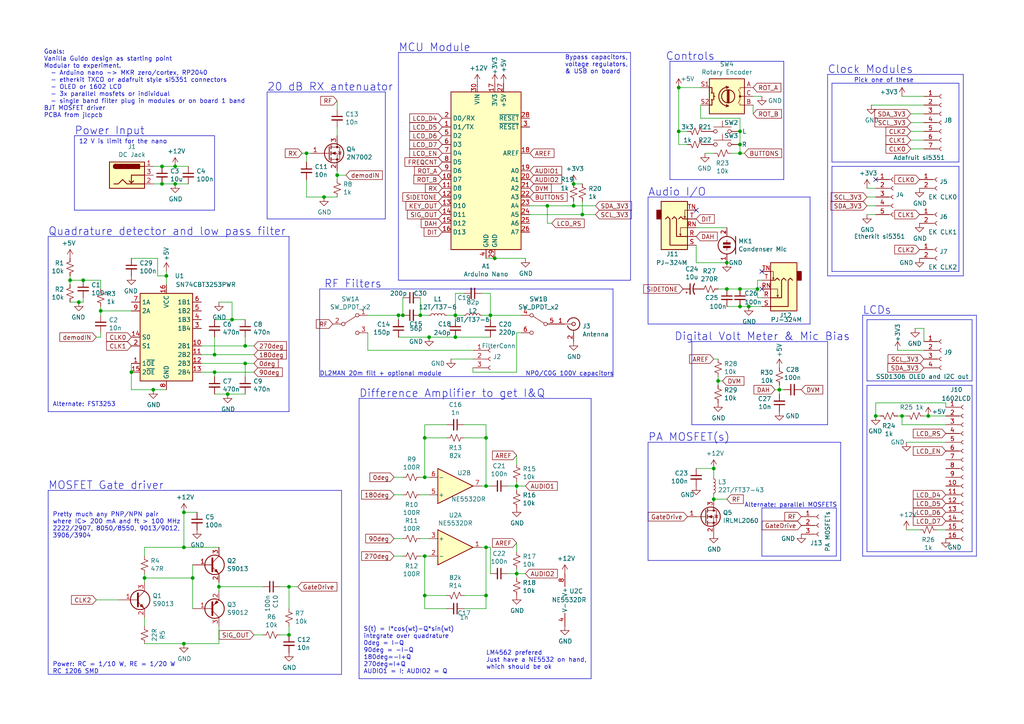
<source format=kicad_sch>
(kicad_sch (version 20230121) (generator eeschema)
  (paper "A4")
  (title_block (title "uSDX-X") (date "2021-03-27") (rev "N/A") (company "KD9PDP") (comment 1 "TAPR Open Hardware License"))
  (junction (at 46.99 53.34))
  (junction (at 261.62 120.65))
  (junction (at 140.97 158.75))
  (junction (at 83.82 170.18))
  (junction (at 55.88 167.64))
  (junction (at 214.63 88.9))
  (junction (at 140.97 172.72))
  (junction (at 143.51 74.93))
  (junction (at 71.12 100.33))
  (junction (at 123.19 172.72))
  (junction (at 269.24 120.65))
  (junction (at 121.92 91.44))
  (junction (at 254 120.65))
  (junction (at 67.31 92.71))
  (junction (at 46.99 48.26))
  (junction (at 44.45 113.03))
  (junction (at 196.85 25.4))
  (junction (at 53.34 148.59))
  (junction (at 22.86 87.63))
  (junction (at 41.91 167.64))
  (junction (at 132.08 97.79))
  (junction (at 50.8 48.26))
  (junction (at 20.32 81.28))
  (junction (at 97.79 50.8))
  (junction (at 124.46 97.79))
  (junction (at 158.75 59.69))
  (junction (at 140.97 140.97))
  (junction (at 208.28 110.49))
  (junction (at 93.98 57.15))
  (junction (at 116.84 91.44))
  (junction (at 63.5 170.18))
  (junction (at 123.19 161.29))
  (junction (at 71.12 105.41))
  (junction (at 166.37 59.69))
  (junction (at 132.08 91.44))
  (junction (at 196.85 38.1))
  (junction (at 217.17 88.9))
  (junction (at 38.1 107.95))
  (junction (at 66.04 114.3))
  (junction (at 214.63 38.1))
  (junction (at 50.8 53.34))
  (junction (at 149.86 140.97))
  (junction (at 214.63 41.91))
  (junction (at 29.21 90.17))
  (junction (at 48.26 80.01))
  (junction (at 207.01 144.78))
  (junction (at 226.06 113.03))
  (junction (at 166.37 53.34))
  (junction (at 88.9 44.45))
  (junction (at 142.24 91.44))
  (junction (at 207.01 135.89))
  (junction (at 214.63 83.82))
  (junction (at 210.82 76.2))
  (junction (at 210.82 83.82))
  (junction (at 24.13 81.28))
  (junction (at 149.86 166.37))
  (junction (at 53.34 186.69))
  (junction (at 53.34 158.75))
  (junction (at 168.91 62.23))
  (junction (at 214.63 44.45))
  (junction (at 123.19 127))
  (junction (at 123.19 138.43))
  (junction (at 62.23 102.87))
  (junction (at 219.71 83.82))
  (junction (at 83.82 184.15))
  (junction (at 140.97 127))
  (junction (at 62.23 107.95))
  (junction (at 115.57 91.44))
  (no_connect (at 254 52.07))
  (no_connect (at 201.93 60.96))
  (no_connect (at 220.98 83.82))
  (no_connect (at 220.98 78.74))
  (wire (pts (xy 262.89 153.67) (xy 266.7 153.67)))
  (wire (pts (xy 153.67 62.23) (xy 168.91 62.23)))
  (wire (pts (xy 153.67 59.69) (xy 158.75 59.69)))
  (wire (pts (xy 219.71 83.82) (xy 219.71 81.28)))
  (wire (pts (xy 208.28 83.82) (xy 210.82 83.82)))
  (wire (pts (xy 38.1 107.95) (xy 38.1 105.41)))
  (polyline (pts (xy 13.97 142.24) (xy 13.97 195.58)))
  (polyline (pts (xy 227.33 17.78) (xy 194.31 17.78)))
  (polyline (pts (xy 251.46 110.49) (xy 281.94 110.49)))
  (wire (pts (xy 152.4 140.97) (xy 149.86 140.97)))
  (wire (pts (xy 116.84 156.21) (xy 114.3 156.21)))
  (wire (pts (xy 140.97 158.75) (xy 142.24 158.75)))
  (polyline (pts (xy 194.31 17.78) (xy 194.31 52.07)))
  (wire (pts (xy 123.19 172.72) (xy 123.19 161.29)))
  (wire (pts (xy 29.21 83.82) (xy 29.21 81.28)))
  (wire (pts (xy 86.36 170.18) (xy 83.82 170.18)))
  (wire (pts (xy 63.5 170.18) (xy 63.5 171.45)))
  (wire (pts (xy 81.28 184.15) (xy 83.82 184.15)))
  (wire (pts (xy 149.86 157.48) (xy 149.86 160.02)))
  (wire (pts (xy 63.5 158.75) (xy 53.34 158.75)))
  (wire (pts (xy 262.89 120.65) (xy 261.62 120.65)))
  (wire (pts (xy 97.79 49.53) (xy 97.79 50.8)))
  (wire (pts (xy 83.82 176.53) (xy 83.82 170.18)))
  (wire (pts (xy 53.34 186.69) (xy 63.5 186.69)))
  (wire (pts (xy 147.32 166.37) (xy 149.86 166.37)))
  (polyline (pts (xy 187.96 57.15) (xy 187.96 93.98)))
  (wire (pts (xy 73.66 105.41) (xy 71.12 105.41)))
  (polyline (pts (xy 171.45 196.85) (xy 171.45 115.57)))
  (polyline (pts (xy 278.13 48.26) (xy 241.3 48.26)))
  (polyline (pts (xy 104.14 196.85) (xy 171.45 196.85)))
  (wire (pts (xy 218.44 33.02) (xy 218.44 30.48)))
  (wire (pts (xy 106.68 101.6) (xy 137.16 101.6)))
  (wire (pts (xy 123.19 138.43) (xy 124.46 138.43)))
  (wire (pts (xy 264.16 33.02) (xy 267.97 33.02)))
  (wire (pts (xy 20.32 81.28) (xy 24.13 81.28)))
  (wire (pts (xy 97.79 50.8) (xy 100.33 50.8)))
  (polyline (pts (xy 251.46 92.71) (xy 251.46 110.49)))
  (wire (pts (xy 124.46 161.29) (xy 123.19 161.29)))
  (polyline (pts (xy 250.19 161.29) (xy 250.19 91.44)))
  (wire (pts (xy 149.86 132.08) (xy 149.86 134.62)))
  (wire (pts (xy 58.42 102.87) (xy 62.23 102.87)))
  (wire (pts (xy 73.66 102.87) (xy 62.23 102.87)))
  (wire (pts (xy 139.7 85.09) (xy 142.24 85.09)))
  (wire (pts (xy 207.01 144.78) (xy 210.82 144.78)))
  (wire (pts (xy 261.62 27.94) (xy 267.97 27.94)))
  (wire (pts (xy 87.63 44.45) (xy 88.9 44.45)))
  (wire (pts (xy 124.46 156.21) (xy 121.92 156.21)))
  (wire (pts (xy 212.09 44.45) (xy 214.63 44.45)))
  (polyline (pts (xy 220.98 147.32) (xy 242.57 147.32)))
  (wire (pts (xy 140.97 140.97) (xy 140.97 127)))
  (wire (pts (xy 115.57 97.79) (xy 124.46 97.79)))
  (wire (pts (xy 41.91 186.69) (xy 53.34 186.69)))
  (wire (pts (xy 123.19 161.29) (xy 121.92 161.29)))
  (polyline (pts (xy 251.46 160.02) (xy 281.94 160.02)))
  (wire (pts (xy 140.97 140.97) (xy 142.24 140.97)))
  (wire (pts (xy 20.32 81.28) (xy 20.32 80.01)))
  (wire (pts (xy 48.26 80.01) (xy 45.72 80.01)))
  (wire (pts (xy 149.86 165.1) (xy 149.86 166.37)))
  (polyline (pts (xy 83.82 68.58) (xy 13.97 68.58)))
  (wire (pts (xy 48.26 80.01) (xy 48.26 82.55)))
  (polyline (pts (xy 177.8 109.22) (xy 92.71 109.22)))
  (wire (pts (xy 218.44 27.94) (xy 220.98 27.94)))
  (wire (pts (xy 267.97 43.18) (xy 264.16 43.18)))
  (wire (pts (xy 134.62 176.53) (xy 140.97 176.53)))
  (polyline (pts (xy 227.33 17.78) (xy 227.33 52.07)))
  (wire (pts (xy 44.45 113.03) (xy 38.1 113.03)))
  (wire (pts (xy 97.79 29.21) (xy 97.79 31.75)))
  (wire (pts (xy 41.91 167.64) (xy 41.91 168.91)))
  (wire (pts (xy 142.24 91.44) (xy 151.13 91.44)))
  (polyline (pts (xy 220.98 161.29) (xy 220.98 147.32)))
  (polyline (pts (xy 251.46 92.71) (xy 281.94 92.71)))
  (wire (pts (xy 219.71 81.28) (xy 220.98 81.28)))
  (polyline (pts (xy 21.59 39.37) (xy 21.59 60.96)))
  (wire (pts (xy 27.94 97.79) (xy 29.21 97.79)))
  (wire (pts (xy 24.13 81.28) (xy 29.21 81.28)))
  (wire (pts (xy 29.21 90.17) (xy 29.21 88.9)))
  (wire (pts (xy 226.06 111.76) (xy 226.06 113.03)))
  (wire (pts (xy 132.08 97.79) (xy 142.24 97.79)))
  (wire (pts (xy 201.93 71.12) (xy 201.93 76.2)))
  (wire (pts (xy 271.78 153.67) (xy 274.32 153.67)))
  (wire (pts (xy 106.68 91.44) (xy 115.57 91.44)))
  (wire (pts (xy 114.3 138.43) (xy 116.84 138.43)))
  (polyline (pts (xy 115.57 81.28) (xy 182.88 81.28)))
  (wire (pts (xy 215.9 44.45) (xy 214.63 44.45)))
  (wire (pts (xy 140.97 74.93) (xy 143.51 74.93)))
  (wire (pts (xy 88.9 46.99) (xy 88.9 44.45)))
  (wire (pts (xy 29.21 97.79) (xy 29.21 96.52)))
  (wire (pts (xy 214.63 88.9) (xy 217.17 88.9)))
  (wire (pts (xy 196.85 25.4) (xy 196.85 38.1)))
  (wire (pts (xy 137.16 106.68) (xy 137.16 107.95)))
  (wire (pts (xy 207.01 143.51) (xy 207.01 144.78)))
  (wire (pts (xy 210.82 88.9) (xy 214.63 88.9)))
  (polyline (pts (xy 281.94 160.02) (xy 281.94 111.76)))
  (wire (pts (xy 132.08 85.09) (xy 132.08 91.44)))
  (wire (pts (xy 55.88 176.53) (xy 55.88 167.64)))
  (polyline (pts (xy 241.3 24.13) (xy 278.13 24.13)))
  (polyline (pts (xy 182.88 81.28) (xy 182.88 15.24)))
  (wire (pts (xy 97.79 36.83) (xy 97.79 39.37)))
  (wire (pts (xy 143.51 74.93) (xy 152.4 74.93)))
  (polyline (pts (xy 242.57 161.29) (xy 220.98 161.29)))
  (polyline (pts (xy 278.13 78.74) (xy 278.13 48.26)))
  (polyline (pts (xy 21.59 60.96) (xy 62.23 60.96)))
  (wire (pts (xy 63.5 186.69) (xy 63.5 181.61)))
  (wire (pts (xy 269.24 120.65) (xy 274.32 120.65)))
  (wire (pts (xy 142.24 158.75) (xy 142.24 166.37)))
  (wire (pts (xy 219.71 86.36) (xy 219.71 83.82)))
  (polyline (pts (xy 200.66 99.06) (xy 200.66 123.19)))
  (wire (pts (xy 41.91 179.07) (xy 41.91 181.61)))
  (polyline (pts (xy 240.03 21.59) (xy 279.4 21.59)))
  (wire (pts (xy 62.23 107.95) (xy 73.66 107.95)))
  (wire (pts (xy 132.08 85.09) (xy 134.62 85.09)))
  (polyline (pts (xy 240.03 21.59) (xy 240.03 80.01)))
  (polyline (pts (xy 13.97 68.58) (xy 13.97 119.38)))
  (wire (pts (xy 67.31 87.63) (xy 67.31 92.71)))
  (wire (pts (xy 123.19 127) (xy 123.19 138.43)))
  (wire (pts (xy 269.24 120.65) (xy 267.97 120.65)))
  (polyline (pts (xy 283.21 161.29) (xy 250.19 161.29)))
  (polyline (pts (xy 187.96 162.56) (xy 187.96 128.27)))
  (wire (pts (xy 166.37 59.69) (xy 172.72 59.69)))
  (polyline (pts (xy 194.31 52.07) (xy 227.33 52.07)))
  (wire (pts (xy 44.45 48.26) (xy 46.99 48.26)))
  (polyline (pts (xy 278.13 46.99) (xy 241.3 46.99)))
  (wire (pts (xy 121.92 138.43) (xy 123.19 138.43)))
  (wire (pts (xy 116.84 143.51) (xy 114.3 143.51)))
  (wire (pts (xy 123.19 123.19) (xy 123.19 127)))
  (wire (pts (xy 251.46 59.69) (xy 254 59.69)))
  (wire (pts (xy 46.99 48.26) (xy 50.8 48.26)))
  (wire (pts (xy 214.63 44.45) (xy 214.63 41.91)))
  (polyline (pts (xy 177.8 83.82) (xy 177.8 109.22)))
  (wire (pts (xy 45.72 74.93) (xy 38.1 74.93)))
  (wire (pts (xy 71.12 105.41) (xy 58.42 105.41)))
  (wire (pts (xy 106.68 96.52) (xy 106.68 101.6)))
  (wire (pts (xy 139.7 158.75) (xy 140.97 158.75)))
  (polyline (pts (xy 13.97 195.58) (xy 99.06 195.58)))
  (wire (pts (xy 139.7 91.44) (xy 142.24 91.44)))
  (wire (pts (xy 160.02 64.77) (xy 158.75 64.77)))
  (polyline (pts (xy 281.94 110.49) (xy 281.94 92.71)))
  (wire (pts (xy 97.79 50.8) (xy 97.79 52.07)))
  (wire (pts (xy 210.82 83.82) (xy 214.63 83.82)))
  (wire (pts (xy 38.1 107.95) (xy 38.1 113.03)))
  (wire (pts (xy 267.97 40.64) (xy 264.16 40.64)))
  (wire (pts (xy 73.66 184.15) (xy 76.2 184.15)))
  (wire (pts (xy 201.93 66.04) (xy 210.82 66.04)))
  (wire (pts (xy 22.86 87.63) (xy 24.13 87.63)))
  (wire (pts (xy 123.19 176.53) (xy 123.19 172.72)))
  (polyline (pts (xy 234.95 93.98) (xy 234.95 57.15)))
  (wire (pts (xy 88.9 57.15) (xy 88.9 52.07)))
  (wire (pts (xy 147.32 140.97) (xy 149.86 140.97)))
  (wire (pts (xy 201.93 76.2) (xy 210.82 76.2)))
  (wire (pts (xy 124.46 91.44) (xy 121.92 91.44)))
  (wire (pts (xy 48.26 78.74) (xy 48.26 80.01)))
  (wire (pts (xy 116.84 91.44) (xy 116.84 86.36)))
  (wire (pts (xy 121.92 91.44) (xy 121.92 86.36)))
  (wire (pts (xy 140.97 176.53) (xy 140.97 172.72)))
  (wire (pts (xy 134.62 172.72) (xy 140.97 172.72)))
  (wire (pts (xy 130.81 104.14) (xy 137.16 104.14)))
  (wire (pts (xy 134.62 91.44) (xy 132.08 91.44)))
  (wire (pts (xy 214.63 41.91) (xy 214.63 38.1)))
  (wire (pts (xy 158.75 59.69) (xy 166.37 59.69)))
  (wire (pts (xy 83.82 184.15) (xy 83.82 181.61)))
  (wire (pts (xy 27.94 173.99) (xy 34.29 173.99)))
  (wire (pts (xy 124.46 97.79) (xy 132.08 97.79)))
  (wire (pts (xy 71.12 109.22) (xy 71.12 105.41)))
  (wire (pts (xy 124.46 143.51) (xy 121.92 143.51)))
  (wire (pts (xy 149.86 107.95) (xy 149.86 96.52)))
  (wire (pts (xy 53.34 148.59) (xy 53.34 158.75)))
  (wire (pts (xy 88.9 44.45) (xy 90.17 44.45)))
  (wire (pts (xy 262.89 128.27) (xy 274.32 128.27)))
  (wire (pts (xy 149.86 139.7) (xy 149.86 140.97)))
  (wire (pts (xy 137.16 107.95) (xy 149.86 107.95)))
  (wire (pts (xy 53.34 148.59) (xy 57.15 148.59)))
  (polyline (pts (xy 182.88 15.24) (xy 115.57 15.24)))
  (polyline (pts (xy 251.46 111.76) (xy 251.46 160.02)))
  (wire (pts (xy 267.97 35.56) (xy 264.16 35.56)))
  (wire (pts (xy 196.85 41.91) (xy 199.39 41.91)))
  (wire (pts (xy 226.06 113.03) (xy 227.33 113.03)))
  (wire (pts (xy 129.54 172.72) (xy 123.19 172.72)))
  (wire (pts (xy 116.84 161.29) (xy 114.3 161.29)))
  (wire (pts (xy 29.21 91.44) (xy 29.21 90.17)))
  (wire (pts (xy 123.19 123.19) (xy 129.54 123.19)))
  (wire (pts (xy 63.5 168.91) (xy 63.5 170.18)))
  (wire (pts (xy 214.63 83.82) (xy 219.71 83.82)))
  (wire (pts (xy 149.86 166.37) (xy 152.4 166.37)))
  (wire (pts (xy 139.7 140.97) (xy 140.97 140.97)))
  (wire (pts (xy 224.79 113.03) (xy 226.06 113.03)))
  (wire (pts (xy 41.91 167.64) (xy 55.88 167.64)))
  (wire (pts (xy 260.35 101.6) (xy 267.97 101.6)))
  (wire (pts (xy 123.19 176.53) (xy 129.54 176.53)))
  (wire (pts (xy 142.24 85.09) (xy 142.24 91.44)))
  (wire (pts (xy 220.98 86.36) (xy 219.71 86.36)))
  (wire (pts (xy 134.62 127) (xy 140.97 127)))
  (polyline (pts (xy 241.3 78.74) (xy 278.13 78.74)))
  (wire (pts (xy 226.06 113.03) (xy 226.06 114.3)))
  (polyline (pts (xy 62.23 39.37) (xy 21.59 39.37)))
  (wire (pts (xy 168.91 62.23) (xy 172.72 62.23)))
  (wire (pts (xy 116.84 91.44) (xy 115.57 91.44)))
  (wire (pts (xy 63.5 170.18) (xy 76.2 170.18)))
  (wire (pts (xy 66.04 114.3) (xy 71.12 114.3)))
  (wire (pts (xy 71.12 100.33) (xy 73.66 100.33)))
  (wire (pts (xy 149.86 166.37) (xy 149.86 167.64)))
  (wire (pts (xy 132.08 92.71) (xy 132.08 91.44)))
  (wire (pts (xy 274.32 118.11) (xy 274.32 116.84)))
  (wire (pts (xy 254 116.84) (xy 274.32 116.84)))
  (wire (pts (xy 140.97 127) (xy 140.97 123.19)))
  (polyline (pts (xy 115.57 15.24) (xy 115.57 81.28)))
  (polyline (pts (xy 99.06 142.24) (xy 13.97 142.24)))
  (wire (pts (xy 62.23 109.22) (xy 62.23 107.95)))
  (wire (pts (xy 214.63 38.1) (xy 214.63 34.29)))
  (polyline (pts (xy 242.57 147.32) (xy 242.57 161.29)))
  (polyline (pts (xy 200.66 123.19) (xy 240.03 123.19)))
  (wire (pts (xy 149.86 140.97) (xy 149.86 142.24)))
  (wire (pts (xy 20.32 81.28) (xy 20.32 82.55)))
  (polyline (pts (xy 281.94 111.76) (xy 251.46 111.76)))
  (polyline (pts (xy 13.97 119.38) (xy 83.82 119.38)))
  (wire (pts (xy 62.23 97.79) (xy 62.23 102.87)))
  (polyline (pts (xy 171.45 115.57) (xy 104.14 115.57)))
  (wire (pts (xy 220.98 88.9) (xy 217.17 88.9)))
  (wire (pts (xy 50.8 53.34) (xy 54.61 53.34)))
  (wire (pts (xy 83.82 170.18) (xy 81.28 170.18)))
  (polyline (pts (xy 234.95 57.15) (xy 187.96 57.15)))
  (polyline (pts (xy 187.96 128.27) (xy 243.84 128.27)))
  (polyline (pts (xy 187.96 93.98) (xy 234.95 93.98)))
  (polyline (pts (xy 243.84 162.56) (xy 187.96 162.56)))
  (polyline (pts (xy 77.47 26.67) (xy 111.76 26.67)))
  (wire (pts (xy 48.26 113.03) (xy 44.45 113.03)))
  (wire (pts (xy 203.2 34.29) (xy 214.63 34.29)))
  (wire (pts (xy 132.08 91.44) (xy 129.54 91.44)))
  (wire (pts (xy 207.01 104.14) (xy 208.28 104.14)))
  (wire (pts (xy 44.45 53.34) (xy 46.99 53.34)))
  (wire (pts (xy 24.13 87.63) (xy 24.13 86.36)))
  (polyline (pts (xy 241.3 46.99) (xy 241.3 24.13)))
  (wire (pts (xy 261.62 123.19) (xy 261.62 120.65)))
  (wire (pts (xy 129.54 127) (xy 123.19 127)))
  (wire (pts (xy 255.27 120.65) (xy 254 120.65)))
  (wire (pts (xy 134.62 123.19) (xy 140.97 123.19)))
  (wire (pts (xy 45.72 80.01) (xy 45.72 74.93)))
  (wire (pts (xy 265.43 95.25) (xy 267.97 95.25)))
  (wire (pts (xy 46.99 53.34) (xy 50.8 53.34)))
  (wire (pts (xy 97.79 57.15) (xy 93.98 57.15)))
  (polyline (pts (xy 240.03 99.06) (xy 200.66 99.06)))
  (wire (pts (xy 254 62.23) (xy 251.46 62.23)))
  (wire (pts (xy 29.21 90.17) (xy 38.1 90.17)))
  (wire (pts (xy 67.31 92.71) (xy 71.12 92.71)))
  (wire (pts (xy 199.39 38.1) (xy 196.85 38.1)))
  (wire (pts (xy 71.12 100.33) (xy 71.12 97.79)))
  (wire (pts (xy 208.28 110.49) (xy 208.28 111.76)))
  (wire (pts (xy 58.42 107.95) (xy 62.23 107.95)))
  (polyline (pts (xy 279.4 80.01) (xy 279.4 21.59)))
  (wire (pts (xy 158.75 64.77) (xy 158.75 59.69)))
  (polyline (pts (xy 241.3 48.26) (xy 241.3 78.74)))
  (wire (pts (xy 166.37 58.42) (xy 166.37 59.69)))
  (wire (pts (xy 208.28 109.22) (xy 208.28 110.49)))
  (polyline (pts (xy 104.14 115.57) (xy 104.14 196.85)))
  (wire (pts (xy 203.2 34.29) (xy 203.2 30.48)))
  (wire (pts (xy 261.62 120.65) (xy 260.35 120.65)))
  (polyline (pts (xy 77.47 63.5) (xy 111.76 63.5)))
  (polyline (pts (xy 92.71 83.82) (xy 177.8 83.82)))
  (wire (pts (xy 196.85 38.1) (xy 196.85 41.91)))
  (wire (pts (xy 50.8 48.26) (xy 54.61 48.26)))
  (wire (pts (xy 196.85 25.4) (xy 203.2 25.4)))
  (wire (pts (xy 274.32 123.19) (xy 261.62 123.19)))
  (wire (pts (xy 115.57 92.71) (xy 115.57 91.44)))
  (wire (pts (xy 142.24 91.44) (xy 142.24 92.71)))
  (wire (pts (xy 53.34 158.75) (xy 41.91 158.75)))
  (wire (pts (xy 251.46 54.61) (xy 254 54.61)))
  (wire (pts (xy 149.86 96.52) (xy 151.13 96.52)))
  (wire (pts (xy 62.23 114.3) (xy 66.04 114.3)))
  (wire (pts (xy 20.32 87.63) (xy 22.86 87.63)))
  (polyline (pts (xy 62.23 60.96) (xy 62.23 39.37)))
  (polyline (pts (xy 111.76 63.5) (xy 111.76 26.67)))
  (polyline (pts (xy 283.21 91.44) (xy 283.21 161.29)))
  (wire (pts (xy 55.88 167.64) (xy 55.88 163.83)))
  (polyline (pts (xy 278.13 24.13) (xy 278.13 46.99)))
  (wire (pts (xy 254 57.15) (xy 251.46 57.15)))
  (polyline (pts (xy 240.03 123.19) (xy 240.03 99.06)))
  (polyline (pts (xy 279.4 80.01) (xy 240.03 80.01)))
  (wire (pts (xy 208.28 110.49) (xy 209.55 110.49)))
  (wire (pts (xy 63.5 87.63) (xy 67.31 87.63)))
  (wire (pts (xy 207.01 138.43) (xy 207.01 135.89)))
  (wire (pts (xy 201.93 135.89) (xy 207.01 135.89)))
  (polyline (pts (xy 77.47 26.67) (xy 77.47 63.5)))
  (wire (pts (xy 62.23 92.71) (xy 67.31 92.71)))
  (polyline (pts (xy 243.84 128.27) (xy 243.84 162.56)))
  (wire (pts (xy 204.47 44.45) (xy 207.01 44.45)))
  (polyline (pts (xy 83.82 68.58) (xy 83.82 119.38)))
  (wire (pts (xy 93.98 57.15) (xy 88.9 57.15)))
  (wire (pts (xy 267.97 38.1) (xy 264.16 38.1)))
  (wire (pts (xy 254 116.84) (xy 254 120.65)))
  (polyline (pts (xy 99.06 195.58) (xy 99.06 142.24)))
  (wire (pts (xy 140.97 172.72) (xy 140.97 158.75)))
  (wire (pts (xy 41.91 158.75) (xy 41.91 161.29)))
  (wire (pts (xy 41.91 166.37) (xy 41.91 167.64)))
  (wire (pts (xy 267.97 95.25) (xy 267.97 99.06)))
  (polyline (pts (xy 250.19 91.44) (xy 283.21 91.44)))
  (polyline (pts (xy 92.71 109.22) (xy 92.71 83.82)))
  (wire (pts (xy 267.97 30.48) (xy 252.73 30.48)))
  (wire (pts (xy 166.37 53.34) (xy 168.91 53.34)))
  (wire (pts (xy 168.91 58.42) (xy 168.91 62.23)))
  (wire (pts (xy 58.42 100.33) (xy 71.12 100.33)))
  (text "Pick one of these" (at 247.65 24.13 0) (effects (font (size 1.27 1.27)) (justify left bottom)))
  (text "Alternate: parallel MOSFETS" (at 215.9 147.32 0) (effects (font (size 1.27 1.27)) (justify left bottom)))
  (text "RF Filters" (at 93.98 83.82 0) (effects (font (size 2.2606 2.2606)) (justify left bottom)))
  (text "DL2MAN 20m filt + optional module" (at 92.71 109.22 0) (effects (font (size 1.27 1.27)) (justify left bottom)))
  (text "Pretty much any PNP/NPN pair\nwhere IC> 200 mA and ft > 100 MHz\n2222/2907, 8050/8550, 9013/9012,\n3906/3904" (at 15.24 156.21 0) (effects (font (size 1.27 1.27)) (justify left bottom)))
  (text "Alternate: FST3253" (at 15.24 118.11 0) (effects (font (size 1.27 1.27)) (justify left bottom)))
  (text "20 dB RX antenuator" (at 77.47 26.67 0) (effects (font (size 2.2606 2.2606)) (justify left bottom)))
  (text "Digital Volt Meter & Mic Bias" (at 195.58 99.06 0) (effects (font (size 2.2606 2.2606)) (justify left bottom)))
  (text "MOSFET Gate driver" (at 13.97 142.24 0) (effects (font (size 2.2606 2.2606)) (justify left bottom)))
  (text "Difference Amplifier to get I&Q" (at 104.14 115.57 0) (effects (font (size 2.2606 2.2606)) (justify left bottom)))
  (text "12 V is limit for the nano" (at 22.86 41.91 0) (effects (font (size 1.27 1.27)) (justify left bottom)))
  (text "Controls" (at 193.04 17.78 0) (effects (font (size 2.2606 2.2606)) (justify left bottom)))
  (text "Bypass capacitors,\nvoltage regulators,\n& USB on board" (at 163.83 21.59 0) (effects (font (size 1.27 1.27)) (justify left bottom)))
  (text "MCU Module" (at 115.57 15.24 0) (effects (font (size 2.2606 2.2606)) (justify left bottom)))
  (text "Quadrature detector and low pass filter" (at 13.97 68.58 0) (effects (font (size 2.2606 2.2606)) (justify left bottom)))
  (text "NP0/C0G 100V capacitors" (at 152.4 109.22 0) (effects (font (size 1.27 1.27)) (justify left bottom)))
  (text "S(t) = I*cos(wt)-Q*sin(wt)\nintegrate over quadrature\n0deg = I-Q\n90deg = -I-Q\n180deg=-I+Q\n270deg=I+Q\nAUDIO1 = I; AUDIO2 = Q" (at 105.41 195.58 0) (effects (font (size 1.27 1.27)) (justify left bottom)))
  (text "LM4562 prefered\nJust have a NE5532 on hand,\nwhich should be ok" (at 140.97 194.31 0) (effects (font (size 1.27 1.27)) (justify left bottom)))
  (text "Power: RC = 1/10 W, RE = 1/20 W\nRC 1206 SMD" (at 15.24 195.58 0) (effects (font (size 1.27 1.27)) (justify left bottom)))
  (text "LCDs" (at 250.19 91.44 0) (effects (font (size 2.2606 2.2606)) (justify left bottom)))
  (text "Clock Modules" (at 240.03 21.59 0) (effects (font (size 2.2606 2.2606)) (justify left bottom)))
  (text "Goals:\nVanilla Guido design as starting point\nModular to experiment.\n  - Arduino nano -> MKR zero/cortex, RP2040\n  - etherkit TXCO or adafruit style si5351 connectors\n  - OLED or 1602 LCD\n  - 3x parallel mosfets or individual\n  - single band filter plug in modules or on board 1 band\nBJT MOSFET driver\nPCBA from jlcpcb\n" (at 12.7 34.29 0) (effects (font (size 1.27 1.27)) (justify left bottom)))
  (text "Power Input" (at 21.59 39.37 0) (effects (font (size 2.2606 2.2606)) (justify left bottom)))
  (text "Audio I/O" (at 187.96 57.15 0) (effects (font (size 2.2606 2.2606)) (justify left bottom)))
  (text "PA MOSFET(s)" (at 187.96 128.27 0) (effects (font (size 2.2606 2.2606)) (justify left bottom)))
  (global_label "180deg" (shape input) (at 114.3 143.51 180) (property "Intersheetrefs" "${INTERSHEET_REFS}" (effects hide)))
  (global_label "AUDIO1" (shape input) (at 153.67 49.53 0) (property "Intersheetrefs" "${INTERSHEET_REFS}" (effects hide)))
  (global_label "CLK0" (shape input) (at 264.16 43.18 180) (property "Intersheetrefs" "${INTERSHEET_REFS}" (effects hide)))
  (global_label "CLK1" (shape input) (at 38.1 100.33 180) (property "Intersheetrefs" "${INTERSHEET_REFS}" (effects hide)))
  (global_label "RF" (shape input) (at 96.52 93.98 180) (property "Intersheetrefs" "${INTERSHEET_REFS}" (effects hide)))
  (global_label "demodIN" (shape input) (at 100.33 50.8 0) (property "Intersheetrefs" "${INTERSHEET_REFS}" (effects hide)))
  (global_label "AUDIO2" (shape input) (at 152.4 166.37 0) (property "Intersheetrefs" "${INTERSHEET_REFS}" (effects hide)))
  (global_label "LCD_EN" (shape input) (at 274.32 130.81 180) (property "Intersheetrefs" "${INTERSHEET_REFS}" (effects hide)))
  (global_label "SCL_3V3" (shape input) (at 264.16 35.56 180) (property "Intersheetrefs" "${INTERSHEET_REFS}" (effects hide)))
  (global_label "LCD_D6" (shape input) (at 128.27 39.37 180) (property "Intersheetrefs" "${INTERSHEET_REFS}" (effects hide)))
  (global_label "AUDIO2" (shape input) (at 153.67 52.07 0) (property "Intersheetrefs" "${INTERSHEET_REFS}" (effects hide)))
  (global_label "LCD_EN" (shape input) (at 128.27 44.45 180) (property "Intersheetrefs" "${INTERSHEET_REFS}" (effects hide)))
  (global_label "AREF" (shape input) (at 207.01 104.14 180) (property "Intersheetrefs" "${INTERSHEET_REFS}" (effects hide)))
  (global_label "SIDETONE" (shape input) (at 128.27 57.15 180) (property "Intersheetrefs" "${INTERSHEET_REFS}" (effects hide)))
  (global_label "CLK0" (shape input) (at 266.7 52.07 180) (property "Intersheetrefs" "${INTERSHEET_REFS}" (effects hide)))
  (global_label "DAH" (shape input) (at 201.93 68.58 0) (property "Intersheetrefs" "${INTERSHEET_REFS}" (effects hide)))
  (global_label "DVM" (shape input) (at 209.55 110.49 0) (property "Intersheetrefs" "${INTERSHEET_REFS}" (effects hide)))
  (global_label "DIT" (shape input) (at 128.27 67.31 180) (property "Intersheetrefs" "${INTERSHEET_REFS}" (effects hide)))
  (global_label "SIG_OUT" (shape input) (at 128.27 62.23 180) (property "Intersheetrefs" "${INTERSHEET_REFS}" (effects hide)))
  (global_label "RF" (shape input) (at 232.41 149.86 180) (property "Intersheetrefs" "${INTERSHEET_REFS}" (effects hide)))
  (global_label "0deg" (shape input) (at 73.66 105.41 0) (property "Intersheetrefs" "${INTERSHEET_REFS}" (effects hide)))
  (global_label "CLK2" (shape input) (at 266.7 72.39 180) (property "Intersheetrefs" "${INTERSHEET_REFS}" (effects hide)))
  (global_label "RX" (shape input) (at 128.27 54.61 180) (property "Intersheetrefs" "${INTERSHEET_REFS}" (effects hide)))
  (global_label "LCD_D7" (shape input) (at 274.32 151.13 180) (property "Intersheetrefs" "${INTERSHEET_REFS}" (effects hide)))
  (global_label "DVM" (shape input) (at 232.41 113.03 0) (property "Intersheetrefs" "${INTERSHEET_REFS}" (effects hide)))
  (global_label "DAH" (shape input) (at 128.27 64.77 180) (property "Intersheetrefs" "${INTERSHEET_REFS}" (effects hide)))
  (global_label "SDA_3V3" (shape input) (at 267.97 106.68 180) (property "Intersheetrefs" "${INTERSHEET_REFS}" (effects hide)))
  (global_label "90deg" (shape input) (at 114.3 156.21 180) (property "Intersheetrefs" "${INTERSHEET_REFS}" (effects hide)))
  (global_label "RF" (shape input) (at 97.79 29.21 180) (property "Intersheetrefs" "${INTERSHEET_REFS}" (effects hide)))
  (global_label "DIT" (shape input) (at 201.93 63.5 0) (property "Intersheetrefs" "${INTERSHEET_REFS}" (effects hide)))
  (global_label "ROT_B" (shape input) (at 128.27 52.07 180) (property "Intersheetrefs" "${INTERSHEET_REFS}" (effects hide)))
  (global_label "270deg" (shape input) (at 73.66 100.33 0) (property "Intersheetrefs" "${INTERSHEET_REFS}" (effects hide)))
  (global_label "ROT_A" (shape input) (at 218.44 25.4 0) (property "Intersheetrefs" "${INTERSHEET_REFS}" (effects hide)))
  (global_label "DAH" (shape input) (at 224.79 113.03 180) (property "Intersheetrefs" "${INTERSHEET_REFS}" (effects hide)))
  (global_label "0deg" (shape input) (at 114.3 138.43 180) (property "Intersheetrefs" "${INTERSHEET_REFS}" (effects hide)))
  (global_label "BUTTONS" (shape input) (at 153.67 57.15 0) (property "Intersheetrefs" "${INTERSHEET_REFS}" (effects hide)))
  (global_label "SIDETONE" (shape input) (at 198.12 83.82 180) (property "Intersheetrefs" "${INTERSHEET_REFS}" (effects hide)))
  (global_label "AREF" (shape input) (at 149.86 132.08 180) (property "Intersheetrefs" "${INTERSHEET_REFS}" (effects hide)))
  (global_label "GateDrive" (shape input) (at 232.41 152.4 180) (property "Intersheetrefs" "${INTERSHEET_REFS}" (effects hide)))
  (global_label "GateDrive" (shape input) (at 86.36 170.18 0) (property "Intersheetrefs" "${INTERSHEET_REFS}" (effects hide)))
  (global_label "CLK1" (shape input) (at 266.7 62.23 180) (property "Intersheetrefs" "${INTERSHEET_REFS}" (effects hide)))
  (global_label "ROT_B" (shape input) (at 218.44 33.02 0) (property "Intersheetrefs" "${INTERSHEET_REFS}" (effects hide)))
  (global_label "KEY_OUT" (shape input) (at 128.27 59.69 180) (property "Intersheetrefs" "${INTERSHEET_REFS}" (effects hide)))
  (global_label "CLK2" (shape input) (at 264.16 38.1 180) (property "Intersheetrefs" "${INTERSHEET_REFS}" (effects hide)))
  (global_label "LCD_D6" (shape input) (at 274.32 148.59 180) (property "Intersheetrefs" "${INTERSHEET_REFS}" (effects hide)))
  (global_label "SIG_OUT" (shape input) (at 73.66 184.15 180) (property "Intersheetrefs" "${INTERSHEET_REFS}" (effects hide)))
  (global_label "180deg" (shape input) (at 73.66 102.87 0) (property "Intersheetrefs" "${INTERSHEET_REFS}" (effects hide)))
  (global_label "AREF" (shape input) (at 153.67 44.45 0) (property "Intersheetrefs" "${INTERSHEET_REFS}" (effects hide)))
  (global_label "demodIN" (shape input) (at 27.94 97.79 180) (property "Intersheetrefs" "${INTERSHEET_REFS}" (effects hide)))
  (global_label "AUDIO1" (shape input) (at 152.4 140.97 0) (property "Intersheetrefs" "${INTERSHEET_REFS}" (effects hide)))
  (global_label "90deg" (shape input) (at 73.66 107.95 0) (property "Intersheetrefs" "${INTERSHEET_REFS}" (effects hide)))
  (global_label "SDA_3V3" (shape input) (at 172.72 59.69 0) (property "Intersheetrefs" "${INTERSHEET_REFS}" (effects hide)))
  (global_label "FREQCNT" (shape input) (at 128.27 46.99 180) (property "Intersheetrefs" "${INTERSHEET_REFS}" (effects hide)))
  (global_label "SCL_3V3" (shape input) (at 172.72 62.23 0) (property "Intersheetrefs" "${INTERSHEET_REFS}" (effects hide)))
  (global_label "GateDrive" (shape input) (at 199.39 149.86 180) (property "Intersheetrefs" "${INTERSHEET_REFS}" (effects hide)))
  (global_label "AREF" (shape input) (at 149.86 157.48 180) (property "Intersheetrefs" "${INTERSHEET_REFS}" (effects hide)))
  (global_label "SCL_3V3" (shape input) (at 267.97 104.14 180) (property "Intersheetrefs" "${INTERSHEET_REFS}" (effects hide)))
  (global_label "LCD_D5" (shape input) (at 274.32 146.05 180) (property "Intersheetrefs" "${INTERSHEET_REFS}" (effects hide)))
  (global_label "RF" (shape input) (at 210.82 144.78 0) (property "Intersheetrefs" "${INTERSHEET_REFS}" (effects hide)))
  (global_label "BUTTONS" (shape input) (at 215.9 44.45 0) (property "Intersheetrefs" "${INTERSHEET_REFS}" (effects hide)))
  (global_label "ROT_A" (shape input) (at 128.27 49.53 180) (property "Intersheetrefs" "${INTERSHEET_REFS}" (effects hide)))
  (global_label "LCD_D4" (shape input) (at 128.27 34.29 180) (property "Intersheetrefs" "${INTERSHEET_REFS}" (effects hide)))
  (global_label "SCL_3V3" (shape input) (at 251.46 57.15 180) (property "Intersheetrefs" "${INTERSHEET_REFS}" (effects hide)))
  (global_label "270deg" (shape input) (at 114.3 161.29 180) (property "Intersheetrefs" "${INTERSHEET_REFS}" (effects hide)))
  (global_label "RX" (shape input) (at 87.63 44.45 180) (property "Intersheetrefs" "${INTERSHEET_REFS}" (effects hide)))
  (global_label "LCD_RS" (shape input) (at 160.02 64.77 0) (property "Intersheetrefs" "${INTERSHEET_REFS}" (effects hide)))
  (global_label "DVM" (shape input) (at 153.67 54.61 0) (property "Intersheetrefs" "${INTERSHEET_REFS}" (effects hide)))
  (global_label "CLK0" (shape input) (at 38.1 97.79 180) (property "Intersheetrefs" "${INTERSHEET_REFS}" (effects hide)))
  (global_label "LCD_D4" (shape input) (at 274.32 143.51 180) (property "Intersheetrefs" "${INTERSHEET_REFS}" (effects hide)))
  (global_label "CLK2" (shape input) (at 27.94 173.99 180) (property "Intersheetrefs" "${INTERSHEET_REFS}" (effects hide)))
  (global_label "LCD_D7" (shape input) (at 128.27 41.91 180) (property "Intersheetrefs" "${INTERSHEET_REFS}" (effects hide)))
  (global_label "SDA_3V3" (shape input) (at 264.16 33.02 180) (property "Intersheetrefs" "${INTERSHEET_REFS}" (effects hide)))
  (global_label "LCD_D5" (shape input) (at 128.27 36.83 180) (property "Intersheetrefs" "${INTERSHEET_REFS}" (effects hide)))
  (global_label "SDA_3V3" (shape input) (at 251.46 59.69 180) (property "Intersheetrefs" "${INTERSHEET_REFS}" (effects hide)))
  (global_label "CLK1" (shape input) (at 264.16 40.64 180) (property "Intersheetrefs" "${INTERSHEET_REFS}" (effects hide)))
  (global_label "LCD_RS" (shape input) (at 274.32 125.73 180) (property "Intersheetrefs" "${INTERSHEET_REFS}" (effects hide)))
  (symbol (lib_id "MCU_Module:Arduino_Nano_v2.x") (at 140.97 49.53 0) (unit 1)
    (property "Reference" "A1" (at 140.97 77.1906 0))
    (property "Value" "Arduino Nano" (at 140.97 79.502 0))
    (property "Footprint" "Module:Arduino_Nano" (effects hide))
    (property "Datasheet" "https://www.arduino.cc/en/uploads/Main/ArduinoNanoManual23.pdf" (effects hide))
    (property "LCSC" "no assembly" (effects hide))
  )
  (symbol (lib_id "Connector:Barrel_Jack_Switch") (at 36.83 50.8 0) (unit 1)
    (property "Reference" "J1" (at 38.2778 42.545 0))
    (property "Value" "DC Jack" (at 38.2778 44.8564 0))
    (property "Footprint" "uSDX-x:BarrelJack_XKB_DC-005-5A-2.0-SMT_Horizontal" (effects hide))
    (property "Datasheet" "https://datasheet.lcsc.com/szlcsc/1810291122_XKB-Connectivity-DC-005-5A-2-0-SMT_C319134.pdf" (effects hide))
    (property "LCSC" "C319134" (effects hide))
  )
  (symbol (lib_id "power:+12V") (at 50.8 48.26 0) (unit 1)
    (property "Reference" "#PWR04" (effects hide))
    (property "Value" "+12V" (at 51.181 43.8658 0))
  )
  (symbol (lib_id "power:GND") (at 50.8 53.34 0) (unit 1)
    (property "Reference" "#PWR05" (effects hide))
    (property "Value" "GND" (at 50.927 57.7342 0))
  )
  (symbol (lib_id "power:+3V3") (at 143.51 24.13 0) (unit 1)
    (property "Reference" "#PWR016" (effects hide))
    (property "Value" "+3V3" (at 143.51 19.05 90))
  )
  (symbol (lib_id "power:+5V") (at 146.05 24.13 0) (unit 1)
    (property "Reference" "#PWR017" (effects hide))
    (property "Value" "+5V" (at 146.05 19.05 90))
  )
  (symbol (lib_id "power:GND") (at 152.4 74.93 0) (unit 1)
    (property "Reference" "#PWR020" (effects hide))
    (property "Value" "GND" (at 152.527 79.3242 0))
  )
  (symbol (lib_id "uSDX-x-rescue:Conn_01x07_Female-Connector") (at 273.05 35.56 0) (unit 1)
    (property "Reference" "J8" (at 273.7612 34.8996 0) (effects (justify left)))
    (property "Value" "Adafruit si5351" (at 259.08 45.72 0) (effects (justify left)))
    (property "Footprint" "Connector_PinSocket_2.54mm:PinSocket_1x07_P2.54mm_Vertical" (effects hide))
    (property "LCSC" "no assembly" (effects hide))
  )
  (symbol (lib_id "power:+3V3") (at 261.62 27.94 0) (unit 1)
    (property "Reference" "#PWR036" (effects hide))
    (property "Value" "+3V3" (at 257.81 26.67 0))
  )
  (symbol (lib_id "power:GND") (at 252.73 30.48 0) (unit 1)
    (property "Reference" "#PWR034" (effects hide))
    (property "Value" "GND" (at 252.857 34.8742 0))
  )
  (symbol (lib_id "uSDX-x-rescue:Conn_01x05_Female-Connector") (at 259.08 57.15 0) (unit 1)
    (property "Reference" "J4" (at 259.7912 56.4896 0) (effects (justify left)))
    (property "Value" "Etherkit si5351" (at 247.65 68.58 0) (effects (justify left)))
    (property "Footprint" "Connector_PinSocket_2.54mm:PinSocket_1x05_P2.54mm_Vertical" (effects hide))
    (property "LCSC" "no assembly" (effects hide))
  )
  (symbol (lib_id "power:+3V3") (at 251.46 54.61 0) (unit 1)
    (property "Reference" "#PWR032" (effects hide))
    (property "Value" "+3V3" (at 251.841 50.2158 0))
  )
  (symbol (lib_id "power:GND") (at 251.46 62.23 0) (unit 1)
    (property "Reference" "#PWR033" (effects hide))
    (property "Value" "GND" (at 251.587 66.6242 0))
  )
  (symbol (lib_id "uSDX-x-rescue:Conn_01x02_Female-Connector") (at 271.78 52.07 0) (unit 1)
    (property "Reference" "J5" (at 272.4912 52.6796 0) (effects (justify left)))
    (property "Value" "EK CLK0" (at 269.24 57.15 0) (effects (justify left)))
    (property "Footprint" "Connector_PinSocket_2.54mm:PinSocket_1x02_P2.54mm_Vertical" (effects hide))
    (property "LCSC" "no assembly" (effects hide))
  )
  (symbol (lib_id "uSDX-x-rescue:Conn_01x02_Female-Connector") (at 271.78 62.23 0) (unit 1)
    (property "Reference" "J6" (at 272.4912 62.8396 0) (effects (justify left)))
    (property "Value" "EK CLK1" (at 269.24 67.31 0) (effects (justify left)))
    (property "Footprint" "Connector_PinSocket_2.54mm:PinSocket_1x02_P2.54mm_Vertical" (effects hide))
    (property "LCSC" "no assembly" (effects hide))
  )
  (symbol (lib_id "uSDX-x-rescue:Conn_01x02_Female-Connector") (at 271.78 72.39 0) (unit 1)
    (property "Reference" "J7" (at 272.4912 72.9996 0) (effects (justify left)))
    (property "Value" "EK CLK2" (at 269.24 77.47 0) (effects (justify left)))
    (property "Footprint" "Connector_PinSocket_2.54mm:PinSocket_1x02_P2.54mm_Vertical" (effects hide))
    (property "LCSC" "no assembly" (effects hide))
  )
  (symbol (lib_id "power:GND") (at 266.7 74.93 0) (unit 1)
    (property "Reference" "#PWR042" (effects hide))
    (property "Value" "GND" (at 262.89 76.2 0))
  )
  (symbol (lib_id "power:GND") (at 266.7 64.77 0) (unit 1)
    (property "Reference" "#PWR041" (effects hide))
    (property "Value" "GND" (at 266.827 69.1642 0))
  )
  (symbol (lib_id "power:GND") (at 266.7 54.61 0) (unit 1)
    (property "Reference" "#PWR040" (effects hide))
    (property "Value" "GND" (at 266.827 59.0042 0))
  )
  (symbol (lib_id "Amplifier_Operational:NE5532") (at 132.08 158.75 0) (unit 1)
    (property "Reference" "U2" (at 132.08 149.4282 0))
    (property "Value" "NE5532DR" (at 132.08 151.7396 0))
    (property "Footprint" "Package_SO:SOIC-8_3.9x4.9mm_P1.27mm" (effects hide))
    (property "Datasheet" "http://www.ti.com/lit/ds/symlink/ne5532.pdf" (effects hide))
    (property "LCSC" "C7426" (effects hide))
  )
  (symbol (lib_id "Device:C_Small") (at 46.99 50.8 0) (unit 1)
    (property "Reference" "C3" (at 49.3268 49.6316 0) (effects (justify left)))
    (property "Value" "10u" (at 49.3268 51.943 0) (effects (justify left)))
    (property "Footprint" "Capacitor_SMD:C_0805_2012Metric_Pad1.15x1.40mm_HandSolder" (effects hide))
    (property "LCSC" "C15850" (effects hide))
  )
  (symbol (lib_id "Device:C_Small") (at 54.61 50.8 0) (unit 1)
    (property "Reference" "C4" (at 56.9468 49.6316 0) (effects (justify left)))
    (property "Value" "100n" (at 56.9468 51.943 0) (effects (justify left)))
    (property "Footprint" "Capacitor_SMD:C_0805_2012Metric_Pad1.15x1.40mm_HandSolder" (effects hide))
    (property "LCSC" "C49678" (effects hide))
  )
  (symbol (lib_id "Amplifier_Operational:NE5532") (at 132.08 140.97 0) (mirror x) (unit 2)
    (property "Reference" "U2" (at 134.62 137.16 0))
    (property "Value" "NE5532DR" (at 135.89 144.78 0))
    (property "Footprint" "Package_SO:SOIC-8_3.9x4.9mm_P1.27mm" (effects hide))
    (property "Datasheet" "http://www.ti.com/lit/ds/symlink/ne5532.pdf" (effects hide))
    (property "LCSC" "C7426" (effects hide))
  )
  (symbol (lib_id "Device:R_Small_US") (at 168.91 55.88 0) (unit 1)
    (property "Reference" "R20" (at 170.6372 54.7116 0) (effects (justify left)))
    (property "Value" "1k" (at 170.6372 57.023 0) (effects (justify left)))
    (property "Footprint" "Resistor_SMD:R_0805_2012Metric_Pad1.15x1.40mm_HandSolder" (effects hide))
    (property "LCSC" "C17513" (effects hide))
  )
  (symbol (lib_id "Device:C_Small") (at 119.38 86.36 90) (unit 1)
    (property "Reference" "C30" (at 121.92 85.09 90))
    (property "Value" "200p" (at 115.57 85.09 90))
    (property "Footprint" "Capacitor_THT:C_Disc_D3.8mm_W2.6mm_P2.50mm" (effects hide))
    (property "LCSC" "no assembly" (effects hide))
  )
  (symbol (lib_id "Device:R_Small_US") (at 166.37 55.88 0) (unit 1)
    (property "Reference" "R19" (at 162.56 52.07 0) (effects (justify left)))
    (property "Value" "1k" (at 162.56 54.61 0) (effects (justify left)))
    (property "Footprint" "Resistor_SMD:R_0805_2012Metric_Pad1.15x1.40mm_HandSolder" (effects hide))
    (property "LCSC" "C17513" (effects hide))
  )
  (symbol (lib_id "power:+3V3") (at 166.37 53.34 0) (unit 1)
    (property "Reference" "#PWR023" (effects hide))
    (property "Value" "+3V3" (at 166.751 48.9458 0))
  )
  (symbol (lib_id "Device:R_Small_US") (at 83.82 179.07 180) (unit 1)
    (property "Reference" "R7" (at 85.5472 177.9016 0) (effects (justify right)))
    (property "Value" "10k" (at 85.5472 180.213 0) (effects (justify right)))
    (property "Footprint" "Resistor_SMD:R_0805_2012Metric_Pad1.15x1.40mm_HandSolder" (effects hide))
    (property "LCSC" "C17414" (effects hide))
  )
  (symbol (lib_id "Device:C_Small") (at 83.82 186.69 0) (unit 1)
    (property "Reference" "C12" (at 86.1568 185.5216 0) (effects (justify left)))
    (property "Value" "10n" (at 86.1568 187.833 0) (effects (justify left)))
    (property "Footprint" "Capacitor_SMD:C_0805_2012Metric_Pad1.15x1.40mm_HandSolder" (effects hide))
    (property "LCSC" "C1710" (effects hide))
  )
  (symbol (lib_id "Device:R_Small_US") (at 78.74 184.15 270) (unit 1)
    (property "Reference" "R6" (at 78.74 178.943 90))
    (property "Value" "10k" (at 78.74 181.2544 90))
    (property "Footprint" "Resistor_SMD:R_0805_2012Metric_Pad1.15x1.40mm_HandSolder" (effects hide))
    (property "LCSC" "C17414" (effects hide))
  )
  (symbol (lib_id "Amplifier_Operational:NE5532") (at 166.37 173.99 0) (unit 3)
    (property "Reference" "U2" (at 165.1 171.45 0) (effects (justify left)))
    (property "Value" "NE5532DR" (at 160.02 173.99 0) (effects (justify left)))
    (property "Footprint" "Package_SO:SOIC-8_3.9x4.9mm_P1.27mm" (effects hide))
    (property "Datasheet" "http://www.ti.com/lit/ds/symlink/ne5532.pdf" (effects hide))
    (property "LCSC" "C7426" (effects hide))
  )
  (symbol (lib_id "power:GND") (at 83.82 189.23 0) (unit 1)
    (property "Reference" "#PWR011" (effects hide))
    (property "Value" "GND" (at 83.947 193.6242 0))
  )
  (symbol (lib_id "Transistor_BJT:MMBT3904") (at 39.37 173.99 0) (unit 1)
    (property "Reference" "Q1" (at 44.2214 172.8216 0) (effects (justify left)))
    (property "Value" "S9013" (at 44.2214 175.133 0) (effects (justify left)))
    (property "Footprint" "Package_TO_SOT_SMD:SOT-23" (effects hide))
    (property "Datasheet" "https://datasheet.lcsc.com/szlcsc/Changjiang-Electronics-Tech-CJ-S9013_C6749.pdf" (effects hide))
    (property "LCSC" "C6749" (effects hide))
  )
  (symbol (lib_id "Transistor_BJT:MMBT3904") (at 60.96 163.83 0) (unit 1)
    (property "Reference" "Q2" (at 65.8114 162.6616 0) (effects (justify left)))
    (property "Value" "S9013" (at 65.8114 164.973 0) (effects (justify left)))
    (property "Footprint" "Package_TO_SOT_SMD:SOT-23" (effects hide))
    (property "Datasheet" "https://datasheet.lcsc.com/szlcsc/Changjiang-Electronics-Tech-CJ-S9013_C6749.pdf" (effects hide))
    (property "LCSC" "C6749" (effects hide))
  )
  (symbol (lib_id "Transistor_BJT:MMBT3906") (at 60.96 176.53 0) (mirror x) (unit 1)
    (property "Reference" "Q3" (at 65.8114 175.3616 0) (effects (justify left)))
    (property "Value" "S9012" (at 65.8114 177.673 0) (effects (justify left)))
    (property "Footprint" "Package_TO_SOT_SMD:SOT-23" (effects hide))
    (property "Datasheet" "https://datasheet.lcsc.com/szlcsc/1903061615_Changjiang-Electronics-Tech-CJ-S9012_C8543.pdf" (effects hide))
    (property "LCSC" "C8543" (effects hide))
  )
  (symbol (lib_id "power:GND") (at 53.34 186.69 0) (unit 1)
    (property "Reference" "#PWR07" (effects hide))
    (property "Value" "GND" (at 53.467 191.0842 0))
  )
  (symbol (lib_id "Device:R_Small_US") (at 41.91 184.15 180) (unit 1)
    (property "Reference" "R5" (at 47.117 184.15 90))
    (property "Value" "22R" (at 44.8056 184.15 90))
    (property "Footprint" "Resistor_SMD:R_1206_3216Metric_Pad1.42x1.75mm_HandSolder" (effects hide))
    (property "LCSC" "C17958" (effects hide))
  )
  (symbol (lib_id "Device:R_Small_US") (at 41.91 163.83 180) (unit 1)
    (property "Reference" "R4" (at 43.6372 162.6616 0) (effects (justify right)))
    (property "Value" "47R" (at 43.6372 164.973 0) (effects (justify right)))
    (property "Footprint" "Resistor_SMD:R_0805_2012Metric_Pad1.15x1.40mm_HandSolder" (effects hide))
    (property "LCSC" "C17561" (effects hide))
  )
  (symbol (lib_id "Device:C_Small") (at 57.15 151.13 0) (unit 1)
    (property "Reference" "C5" (at 59.4868 149.9616 0) (effects (justify left)))
    (property "Value" "100n" (at 59.4868 152.273 0) (effects (justify left)))
    (property "Footprint" "Capacitor_SMD:C_0805_2012Metric_Pad1.15x1.40mm_HandSolder" (effects hide))
    (property "LCSC" "C49678" (effects hide))
  )
  (symbol (lib_id "power:GND") (at 57.15 153.67 0) (unit 1)
    (property "Reference" "#PWR08" (effects hide))
    (property "Value" "GND" (at 57.277 158.0642 0))
  )
  (symbol (lib_id "Device:C_Small") (at 78.74 170.18 270) (unit 1)
    (property "Reference" "C10" (at 79.9084 172.5168 0) (effects (justify left)))
    (property "Value" "100n" (at 77.597 172.5168 0) (effects (justify left)))
    (property "Footprint" "Capacitor_SMD:C_0805_2012Metric_Pad1.15x1.40mm_HandSolder" (effects hide))
    (property "LCSC" "C49678" (effects hide))
  )
  (symbol (lib_id "power:+5V") (at 48.26 78.74 0) (unit 1)
    (property "Reference" "#PWR0101" (effects hide))
    (property "Value" "+5V" (at 48.26 73.66 90))
  )
  (symbol (lib_id "Device:C_Small") (at 38.1 77.47 0) (mirror y) (unit 1)
    (property "Reference" "C29" (at 40.4368 76.3016 0) (effects (justify right)))
    (property "Value" "100n" (at 40.4368 78.613 0) (effects (justify right)))
    (property "Footprint" "Capacitor_SMD:C_0805_2012Metric_Pad1.15x1.40mm_HandSolder" (effects hide))
    (property "LCSC" "C49678" (effects hide))
  )
  (symbol (lib_id "power:GND") (at 38.1 80.01 0) (mirror y) (unit 1)
    (property "Reference" "#PWR0102" (effects hide))
    (property "Value" "GND" (at 37.973 84.4042 0))
  )
  (symbol (lib_id "Transistor_FET:IRLML2060") (at 204.47 149.86 0) (unit 1)
    (property "Reference" "Q5" (at 209.6516 148.6916 0) (effects (justify left)))
    (property "Value" "IRLML2060" (at 209.6516 151.003 0) (effects (justify left)))
    (property "Footprint" "Package_TO_SOT_SMD:SOT-23" (effects hide))
    (property "Datasheet" "https://www.infineon.com/dgdl/irlml2060pbf.pdf?fileId=5546d462533600a401535664b7fb25ee" (effects hide))
    (property "LCSC" "C67275" (effects hide))
  )
  (symbol (lib_id "power:GND") (at 207.01 154.94 0) (unit 1)
    (property "Reference" "#PWR026" (effects hide))
    (property "Value" "GND" (at 207.137 159.3342 0))
  )
  (symbol (lib_id "Device:L_Small") (at 207.01 140.97 0) (unit 1)
    (property "Reference" "L3" (at 208.2292 139.8016 0) (effects (justify left)))
    (property "Value" "22T/FT37-43" (at 208.2292 142.113 0) (effects (justify left)))
    (property "Footprint" "Inductor_THT:L_Toroid_Vertical_L10.0mm_W5.0mm_P5.08mm" (effects hide))
    (property "LCSC" "no assembly" (effects hide))
  )
  (symbol (lib_id "power:+12V") (at 138.43 24.13 0) (unit 1)
    (property "Reference" "#PWR0103" (effects hide))
    (property "Value" "+12V" (at 138.811 19.7358 0))
  )
  (symbol (lib_id "power:+12V") (at 53.34 148.59 0) (unit 1)
    (property "Reference" "#PWR0104" (effects hide))
    (property "Value" "+12V" (at 53.721 144.1958 0))
  )
  (symbol (lib_id "power:+12V") (at 262.89 153.67 0) (unit 1)
    (property "Reference" "#PWR0105" (effects hide))
    (property "Value" "+12V" (at 263.271 149.2758 0))
  )
  (symbol (lib_id "Device:C_Small") (at 201.93 138.43 0) (unit 1)
    (property "Reference" "C23" (at 199.5932 137.2616 0) (effects (justify right)))
    (property "Value" "100n" (at 199.5932 139.573 0) (effects (justify right)))
    (property "Footprint" "Capacitor_SMD:C_0805_2012Metric_Pad1.15x1.40mm_HandSolder" (effects hide))
    (property "LCSC" "C49678" (effects hide))
  )
  (symbol (lib_id "power:GND") (at 201.93 140.97 0) (unit 1)
    (property "Reference" "#PWR028" (effects hide))
    (property "Value" "GND" (at 199.39 143.51 0))
  )
  (symbol (lib_id "power:+12V") (at 207.01 135.89 0) (unit 1)
    (property "Reference" "#PWR0106" (effects hide))
    (property "Value" "+12V" (at 207.391 131.4958 0))
  )
  (symbol (lib_id "power:+12V") (at 163.83 166.37 0) (unit 1)
    (property "Reference" "#PWR0107" (effects hide))
    (property "Value" "+12V" (at 164.211 161.9758 0))
  )
  (symbol (lib_id "Connector:Conn_Coaxial") (at 166.37 93.98 0) (unit 1)
    (property "Reference" "J3" (at 168.91 94.615 0) (effects (justify left)))
    (property "Value" "Antenna" (at 168.91 96.9264 0) (effects (justify left)))
    (property "Footprint" "eec:Molex-73100-0114-0-0-0" (effects hide))
    (property "Datasheet" " ~" (effects hide))
    (property "LCSC" "no assembly" (effects hide))
  )
  (symbol (lib_id "uSDX-x-rescue:Conn_01x03_Female-Connector") (at 142.24 104.14 0) (unit 1)
    (property "Reference" "J2" (at 142.9512 103.4796 0) (effects (justify left)))
    (property "Value" "FilterConn" (at 139.7 100.33 0) (effects (justify left)))
    (property "Footprint" "Connector_PinSocket_2.54mm:PinSocket_1x03_P2.54mm_Vertical" (effects hide))
    (property "LCSC" "no assembly" (effects hide))
  )
  (symbol (lib_id "uSDX-x-rescue:AudioJack3_SwitchTR-Connector") (at 226.06 86.36 180) (unit 1)
    (property "Reference" "J12" (at 226.06 91.44 0) (effects (justify right)))
    (property "Value" "PJ-324M" (at 223.52 92.71 0) (effects (justify right)))
    (property "Footprint" "Connector_Audio:Jack_3.5mm_Ledino_KB3SPRS_Horizontal" (effects hide))
    (property "LCSC" "no assembly" (effects hide))
  )
  (symbol (lib_id "power:GND") (at 130.81 104.14 0) (unit 1)
    (property "Reference" "#PWR014" (effects hide))
    (property "Value" "GND" (at 127 105.41 0))
  )
  (symbol (lib_id "power:GND") (at 166.37 99.06 0) (unit 1)
    (property "Reference" "#PWR024" (effects hide))
    (property "Value" "GND" (at 166.497 103.4542 0))
  )
  (symbol (lib_id "uSDX-x-rescue:CP1_Small-Device") (at 200.66 83.82 90) (unit 1)
    (property "Reference" "C24" (at 200.66 78.0288 90))
    (property "Value" "10u" (at 200.66 80.3402 90))
    (property "Footprint" "Capacitor_SMD:C_0805_2012Metric_Pad1.15x1.40mm_HandSolder" (effects hide))
    (property "LCSC" "C15850" (effects hide))
  )
  (symbol (lib_id "Device:R_Small_US") (at 205.74 83.82 270) (unit 1)
    (property "Reference" "R27" (at 205.74 78.613 90))
    (property "Value" "270R" (at 205.74 80.9244 90))
    (property "Footprint" "Resistor_SMD:R_0805_2012Metric_Pad1.15x1.40mm_HandSolder" (effects hide))
    (property "LCSC" "C17590" (effects hide))
  )
  (symbol (lib_id "Device:C_Small") (at 210.82 86.36 0) (unit 1)
    (property "Reference" "C25" (at 204.47 86.36 0) (effects (justify left)))
    (property "Value" "100n" (at 205.74 88.9 0) (effects (justify left)))
    (property "Footprint" "Capacitor_SMD:C_0805_2012Metric_Pad1.15x1.40mm_HandSolder" (effects hide))
    (property "LCSC" "C49678" (effects hide))
  )
  (symbol (lib_id "Device:C_Small") (at 214.63 86.36 0) (unit 1)
    (property "Reference" "C26" (at 215.9 85.09 0) (effects (justify left)))
    (property "Value" "100n" (at 215.9 87.63 0) (effects (justify left)))
    (property "Footprint" "Capacitor_SMD:C_0805_2012Metric_Pad1.15x1.40mm_HandSolder" (effects hide))
    (property "LCSC" "C49678" (effects hide))
  )
  (symbol (lib_id "Transistor_FET:2N7002") (at 95.25 44.45 0) (unit 1)
    (property "Reference" "Q4" (at 100.4316 43.2816 0) (effects (justify left)))
    (property "Value" "2N7002" (at 100.4316 45.593 0) (effects (justify left)))
    (property "Footprint" "Package_TO_SOT_SMD:SOT-23" (effects hide))
    (property "Datasheet" "https://www.fairchildsemi.com/datasheets/2N/2N7002.pdf" (effects hide))
    (property "LCSC" "C8545" (effects hide))
  )
  (symbol (lib_id "Device:R_Small_US") (at 97.79 54.61 180) (unit 1)
    (property "Reference" "R8" (at 99.5172 53.4416 0) (effects (justify right)))
    (property "Value" "1k" (at 99.5172 55.753 0) (effects (justify right)))
    (property "Footprint" "Resistor_SMD:R_0805_2012Metric_Pad1.15x1.40mm_HandSolder" (effects hide))
    (property "LCSC" "C17513" (effects hide))
  )
  (symbol (lib_id "power:GND") (at 93.98 57.15 0) (unit 1)
    (property "Reference" "#PWR012" (effects hide))
    (property "Value" "GND" (at 94.107 61.5442 0))
  )
  (symbol (lib_id "Device:C_Small") (at 97.79 34.29 0) (unit 1)
    (property "Reference" "C13" (at 100.1268 33.1216 0) (effects (justify left)))
    (property "Value" "10n" (at 100.1268 35.433 0) (effects (justify left)))
    (property "Footprint" "Capacitor_SMD:C_0805_2012Metric_Pad1.15x1.40mm_HandSolder" (effects hide))
    (property "LCSC" "C1710" (effects hide))
  )
  (symbol (lib_id "Device:C_Small") (at 88.9 49.53 0) (unit 1)
    (property "Reference" "C11" (at 91.2368 48.3616 0) (effects (justify left)))
    (property "Value" "10n" (at 91.2368 50.673 0) (effects (justify left)))
    (property "Footprint" "Capacitor_SMD:C_0805_2012Metric_Pad1.15x1.40mm_HandSolder" (effects hide))
    (property "LCSC" "C1710" (effects hide))
  )
  (symbol (lib_id "uSDX-x-rescue:Conn_01x03_Female-Connector") (at 237.49 152.4 0) (unit 1)
    (property "Reference" "J13" (at 234.95 157.48 0) (effects (justify left)))
    (property "Value" "PA MOSFETs" (at 240.03 160.02 90) (effects (justify left)))
    (property "Footprint" "Connector_PinSocket_2.54mm:PinSocket_1x03_P2.54mm_Vertical" (effects hide))
    (property "LCSC" "no assembly" (effects hide))
  )
  (symbol (lib_id "power:GND") (at 232.41 154.94 0) (unit 1)
    (property "Reference" "#PWR031" (effects hide))
    (property "Value" "GND" (at 228.6 156.21 0))
  )
  (symbol (lib_id "power:GND") (at 217.17 88.9 0) (unit 1)
    (property "Reference" "#PWR048" (effects hide))
    (property "Value" "GND" (at 217.297 93.2942 0))
  )
  (symbol (lib_id "Device:Microphone_Condenser") (at 210.82 71.12 0) (mirror y) (unit 1)
    (property "Reference" "MK1" (at 214.122 69.9516 0) (effects (justify right)))
    (property "Value" "Condenser Mic" (at 214.122 72.263 0) (effects (justify right)))
    (property "Footprint" "Connector_PinSocket_2.54mm:PinSocket_1x02_P2.54mm_Vertical" (effects hide))
    (property "LCSC" "no assembly" (effects hide))
  )
  (symbol (lib_id "power:+5V") (at 20.32 74.93 0) (mirror y) (unit 1)
    (property "Reference" "#PWR01" (effects hide))
    (property "Value" "+5V" (at 19.939 70.5358 0))
  )
  (symbol (lib_id "Device:R_Small_US") (at 20.32 77.47 0) (mirror y) (unit 1)
    (property "Reference" "R1" (at 18.5928 76.3016 0) (effects (justify left)))
    (property "Value" "10k" (at 18.5928 78.613 0) (effects (justify left)))
    (property "Footprint" "Resistor_SMD:R_0805_2012Metric_Pad1.15x1.40mm_HandSolder" (effects hide))
    (property "LCSC" "C17414" (effects hide))
  )
  (symbol (lib_id "Device:R_Small_US") (at 20.32 85.09 0) (mirror y) (unit 1)
    (property "Reference" "R2" (at 18.5928 83.9216 0) (effects (justify left)))
    (property "Value" "10k" (at 18.5928 86.233 0) (effects (justify left)))
    (property "Footprint" "Resistor_SMD:R_0805_2012Metric_Pad1.15x1.40mm_HandSolder" (effects hide))
    (property "LCSC" "C17414" (effects hide))
  )
  (symbol (lib_id "power:GND") (at 22.86 87.63 0) (mirror y) (unit 1)
    (property "Reference" "#PWR02" (effects hide))
    (property "Value" "GND" (at 22.733 92.0242 0))
  )
  (symbol (lib_id "Device:C_Small") (at 24.13 83.82 0) (mirror y) (unit 1)
    (property "Reference" "C1" (at 26.4668 82.6516 0) (effects (justify right)))
    (property "Value" "100n" (at 26.4668 84.963 0) (effects (justify right)))
    (property "Footprint" "Capacitor_SMD:C_0805_2012Metric_Pad1.15x1.40mm_HandSolder" (effects hide))
    (property "LCSC" "C49678" (effects hide))
  )
  (symbol (lib_id "Device:R_Small_US") (at 29.21 86.36 0) (unit 1)
    (property "Reference" "R3" (at 30.9372 85.1916 0) (effects (justify left)))
    (property "Value" "1k" (at 30.9372 87.503 0) (effects (justify left)))
    (property "Footprint" "Resistor_SMD:R_0805_2012Metric_Pad1.15x1.40mm_HandSolder" (effects hide))
    (property "LCSC" "C17513" (effects hide))
  )
  (symbol (lib_id "Device:C_Small") (at 29.21 93.98 180) (unit 1)
    (property "Reference" "C2" (at 31.5468 92.8116 0) (effects (justify right)))
    (property "Value" "10n" (at 31.5468 95.123 0) (effects (justify right)))
    (property "Footprint" "Capacitor_SMD:C_0805_2012Metric_Pad1.15x1.40mm_HandSolder" (effects hide))
    (property "LCSC" "C1710" (effects hide))
  )
  (symbol (lib_id "power:GND") (at 210.82 76.2 0) (unit 1)
    (property "Reference" "#PWR047" (effects hide))
    (property "Value" "GND" (at 213.36 76.2 0))
  )
  (symbol (lib_id "power:GND") (at 44.45 113.03 0) (unit 1)
    (property "Reference" "#PWR03" (effects hide))
    (property "Value" "GND" (at 44.577 117.4242 0))
  )
  (symbol (lib_id "Device:R_Small_US") (at 208.28 106.68 180) (unit 1)
    (property "Reference" "R28" (at 210.0072 105.5116 0) (effects (justify right)))
    (property "Value" "10k" (at 210.0072 107.823 0) (effects (justify right)))
    (property "Footprint" "Resistor_SMD:R_0805_2012Metric_Pad1.15x1.40mm_HandSolder" (effects hide))
    (property "LCSC" "C17414" (effects hide))
  )
  (symbol (lib_id "Device:R_Small_US") (at 208.28 114.3 180) (unit 1)
    (property "Reference" "R29" (at 210.0072 113.1316 0) (effects (justify right)))
    (property "Value" "10k" (at 210.0072 115.443 0) (effects (justify right)))
    (property "Footprint" "Resistor_SMD:R_0805_2012Metric_Pad1.15x1.40mm_HandSolder" (effects hide))
    (property "LCSC" "C17414" (effects hide))
  )
  (symbol (lib_id "power:GND") (at 208.28 116.84 0) (unit 1)
    (property "Reference" "#PWR046" (effects hide))
    (property "Value" "GND" (at 208.407 121.2342 0))
  )
  (symbol (lib_id "Device:C_Small") (at 62.23 95.25 0) (mirror y) (unit 1)
    (property "Reference" "C6" (at 64.5668 94.0816 0) (effects (justify right)))
    (property "Value" "470n" (at 64.5668 96.393 0) (effects (justify right)))
    (property "Footprint" "Capacitor_SMD:C_0805_2012Metric_Pad1.15x1.40mm_HandSolder" (effects hide))
    (property "LCSC" "C13967" (effects hide))
  )
  (symbol (lib_id "Device:C_Small") (at 71.12 95.25 0) (mirror y) (unit 1)
    (property "Reference" "C8" (at 73.4568 94.0816 0) (effects (justify right)))
    (property "Value" "470n" (at 73.4568 96.393 0) (effects (justify right)))
    (property "Footprint" "Capacitor_SMD:C_0805_2012Metric_Pad1.15x1.40mm_HandSolder" (effects hide))
    (property "LCSC" "C13967" (effects hide))
  )
  (symbol (lib_id "Device:C_Small") (at 62.23 111.76 0) (mirror y) (unit 1)
    (property "Reference" "C7" (at 64.5668 110.5916 0) (effects (justify right)))
    (property "Value" "470n" (at 64.5668 112.903 0) (effects (justify right)))
    (property "Footprint" "Capacitor_SMD:C_0805_2012Metric_Pad1.15x1.40mm_HandSolder" (effects hide))
    (property "LCSC" "C13967" (effects hide))
  )
  (symbol (lib_id "Device:C_Small") (at 71.12 111.76 0) (mirror y) (unit 1)
    (property "Reference" "C9" (at 73.4568 110.5916 0) (effects (justify right)))
    (property "Value" "470n" (at 73.4568 112.903 0) (effects (justify right)))
    (property "Footprint" "Capacitor_SMD:C_0805_2012Metric_Pad1.15x1.40mm_HandSolder" (effects hide))
    (property "LCSC" "C13967" (effects hide))
  )
  (symbol (lib_id "Device:C_Small") (at 226.06 116.84 180) (unit 1)
    (property "Reference" "C27" (at 223.7232 115.6716 0) (effects (justify left)))
    (property "Value" "10n" (at 223.7232 117.983 0) (effects (justify left)))
    (property "Footprint" "Capacitor_SMD:C_0805_2012Metric_Pad1.15x1.40mm_HandSolder" (effects hide))
    (property "LCSC" "C1710" (effects hide))
  )
  (symbol (lib_id "Device:R_Small_US") (at 226.06 109.22 180) (unit 1)
    (property "Reference" "R30" (at 224.3328 108.0516 0) (effects (justify left)))
    (property "Value" "10k" (at 224.3328 110.363 0) (effects (justify left)))
    (property "Footprint" "Resistor_SMD:R_0805_2012Metric_Pad1.15x1.40mm_HandSolder" (effects hide))
    (property "LCSC" "C17414" (effects hide))
  )
  (symbol (lib_id "power:GND") (at 66.04 114.3 0) (unit 1)
    (property "Reference" "#PWR010" (effects hide))
    (property "Value" "GND" (at 66.167 118.6942 0))
  )
  (symbol (lib_id "power:GND") (at 63.5 87.63 0) (unit 1)
    (property "Reference" "#PWR09" (effects hide))
    (property "Value" "GND" (at 63.627 92.0242 0))
  )
  (symbol (lib_id "Device:C_Small") (at 229.87 113.03 90) (mirror x) (unit 1)
    (property "Reference" "C28" (at 229.87 107.2134 90))
    (property "Value" "100n" (at 229.87 109.5248 90))
    (property "Footprint" "Capacitor_SMD:C_0805_2012Metric_Pad1.15x1.40mm_HandSolder" (effects hide))
    (property "LCSC" "C49678" (effects hide))
  )
  (symbol (lib_id "power:GND") (at 226.06 119.38 0) (unit 1)
    (property "Reference" "#PWR050" (effects hide))
    (property "Value" "GND" (at 229.87 120.65 0))
  )
  (symbol (lib_id "power:+5V") (at 226.06 106.68 0) (unit 1)
    (property "Reference" "#PWR049" (effects hide))
    (property "Value" "+5V" (at 226.06 101.6 90))
  )
  (symbol (lib_id "power:GND") (at 163.83 181.61 0) (unit 1)
    (property "Reference" "#PWR022" (effects hide))
    (property "Value" "GND" (at 163.957 186.0042 0))
  )
  (symbol (lib_id "uSDX-x-rescue:AudioJack3_SwitchTR-Connector") (at 196.85 68.58 0) (mirror x) (unit 1)
    (property "Reference" "J11" (at 196.85 73.66 0) (effects (justify right)))
    (property "Value" "PJ-324M" (at 199.39 76.2 0) (effects (justify right)))
    (property "Footprint" "Connector_Audio:Jack_3.5mm_Ledino_KB3SPRS_Horizontal" (effects hide))
    (property "Datasheet" "https://store.comet.bg/download-file.php?id=18858" (effects hide))
    (property "LCSC" "no assembly" (effects hide))
  )
  (symbol (lib_id "Device:R_Small_US") (at 119.38 138.43 90) (unit 1)
    (property "Reference" "R9" (at 119.38 133.223 90))
    (property "Value" "100R" (at 119.38 135.5344 90))
    (property "Footprint" "Resistor_SMD:R_0805_2012Metric_Pad1.15x1.40mm_HandSolder" (effects hide))
    (property "LCSC" "C17408" (effects hide))
  )
  (symbol (lib_id "Device:R_Small_US") (at 119.38 143.51 90) (unit 1)
    (property "Reference" "R10" (at 119.38 146.3802 90))
    (property "Value" "100R" (at 119.38 148.6916 90))
    (property "Footprint" "Resistor_SMD:R_0805_2012Metric_Pad1.15x1.40mm_HandSolder" (effects hide))
    (property "LCSC" "C17408" (effects hide))
  )
  (symbol (lib_id "Device:R_Small_US") (at 119.38 156.21 90) (unit 1)
    (property "Reference" "R11" (at 119.38 151.003 90))
    (property "Value" "100R" (at 119.38 153.3144 90))
    (property "Footprint" "Resistor_SMD:R_0805_2012Metric_Pad1.15x1.40mm_HandSolder" (effects hide))
    (property "LCSC" "C17408" (effects hide))
  )
  (symbol (lib_id "Device:R_Small_US") (at 119.38 161.29 90) (unit 1)
    (property "Reference" "R12" (at 119.38 164.1602 90))
    (property "Value" "100R" (at 119.38 166.4716 90))
    (property "Footprint" "Resistor_SMD:R_0805_2012Metric_Pad1.15x1.40mm_HandSolder" (effects hide))
    (property "LCSC" "C17408" (effects hide))
  )
  (symbol (lib_id "Device:R_Small_US") (at 132.08 127 90) (unit 1)
    (property "Reference" "R13" (at 132.08 129.8702 90))
    (property "Value" "82k" (at 132.08 132.1816 90))
    (property "Footprint" "Resistor_SMD:R_0805_2012Metric_Pad1.15x1.40mm_HandSolder" (effects hide))
    (property "LCSC" "C17840" (effects hide))
  )
  (symbol (lib_id "Device:C_Small") (at 132.08 123.19 270) (unit 1)
    (property "Reference" "C16" (at 132.08 117.3734 90))
    (property "Value" "1n" (at 132.08 119.6848 90))
    (property "Footprint" "Capacitor_SMD:C_0805_2012Metric_Pad1.15x1.40mm_HandSolder" (effects hide))
    (property "LCSC" "C46653" (effects hide))
  )
  (symbol (lib_id "Device:R_Small_US") (at 132.08 172.72 90) (mirror x) (unit 1)
    (property "Reference" "R14" (at 132.08 169.8498 90))
    (property "Value" "82k" (at 132.08 167.5384 90))
    (property "Footprint" "Resistor_SMD:R_0805_2012Metric_Pad1.15x1.40mm_HandSolder" (effects hide))
    (property "LCSC" "C17840" (effects hide))
  )
  (symbol (lib_id "Device:C_Small") (at 132.08 176.53 270) (mirror x) (unit 1)
    (property "Reference" "C17" (at 134.62 177.8 90))
    (property "Value" "1n" (at 134.62 179.07 90))
    (property "Footprint" "Capacitor_SMD:C_0805_2012Metric_Pad1.15x1.40mm_HandSolder" (effects hide))
    (property "LCSC" "C46653" (effects hide))
  )
  (symbol (lib_id "Device:R_Small_US") (at 149.86 137.16 0) (unit 1)
    (property "Reference" "R15" (at 151.5872 135.9916 0) (effects (justify left)))
    (property "Value" "10k" (at 151.5872 138.303 0) (effects (justify left)))
    (property "Footprint" "Resistor_SMD:R_0805_2012Metric_Pad1.15x1.40mm_HandSolder" (effects hide))
    (property "LCSC" "C17414" (effects hide))
  )
  (symbol (lib_id "Device:R_Small_US") (at 149.86 144.78 0) (unit 1)
    (property "Reference" "R16" (at 151.5872 143.6116 0) (effects (justify left)))
    (property "Value" "10k" (at 151.5872 145.923 0) (effects (justify left)))
    (property "Footprint" "Resistor_SMD:R_0805_2012Metric_Pad1.15x1.40mm_HandSolder" (effects hide))
    (property "LCSC" "C17414" (effects hide))
  )
  (symbol (lib_id "Device:C_Small") (at 144.78 140.97 270) (unit 1)
    (property "Reference" "C21" (at 144.78 135.1534 90))
    (property "Value" "100n" (at 144.78 137.4648 90))
    (property "Footprint" "Capacitor_SMD:C_0805_2012Metric_Pad1.15x1.40mm_HandSolder" (effects hide))
    (property "LCSC" "C49678" (effects hide))
  )
  (symbol (lib_id "power:GND") (at 149.86 147.32 0) (unit 1)
    (property "Reference" "#PWR018" (effects hide))
    (property "Value" "GND" (at 149.987 151.7142 0))
  )
  (symbol (lib_id "Device:R_Small_US") (at 149.86 162.56 0) (unit 1)
    (property "Reference" "R17" (at 151.5872 161.3916 0) (effects (justify left)))
    (property "Value" "10k" (at 151.5872 163.703 0) (effects (justify left)))
    (property "Footprint" "Resistor_SMD:R_0805_2012Metric_Pad1.15x1.40mm_HandSolder" (effects hide))
    (property "LCSC" "C17414" (effects hide))
  )
  (symbol (lib_id "Device:R_Small_US") (at 149.86 170.18 0) (unit 1)
    (property "Reference" "R18" (at 151.5872 169.0116 0) (effects (justify left)))
    (property "Value" "10k" (at 151.5872 171.323 0) (effects (justify left)))
    (property "Footprint" "Resistor_SMD:R_0805_2012Metric_Pad1.15x1.40mm_HandSolder" (effects hide))
    (property "LCSC" "C17414" (effects hide))
  )
  (symbol (lib_id "Device:C_Small") (at 144.78 166.37 270) (unit 1)
    (property "Reference" "C22" (at 144.78 160.5534 90))
    (property "Value" "100n" (at 144.78 162.8648 90))
    (property "Footprint" "Capacitor_SMD:C_0805_2012Metric_Pad1.15x1.40mm_HandSolder" (effects hide))
    (property "LCSC" "C49678" (effects hide))
  )
  (symbol (lib_id "power:GND") (at 149.86 172.72 0) (unit 1)
    (property "Reference" "#PWR019" (effects hide))
    (property "Value" "GND" (at 149.987 177.1142 0))
  )
  (symbol (lib_id "Analog_Switch:SN74CBT3253") (at 48.26 97.79 0) (unit 1)
    (property "Reference" "U1" (at 52.07 80.01 0))
    (property "Value" "SN74CBT3253PWR" (at 59.69 82.55 0))
    (property "Footprint" "Package_SO:TSSOP-16_4.4x5mm_P0.65mm" (effects hide))
    (property "Datasheet" "http://www.ti.com/lit/gpn/sn74cbt3253" (effects hide))
    (property "LCSC" "C424399" (effects hide))
  )
  (symbol (lib_id "Switch:SW_Push") (at 209.55 38.1 0) (mirror y) (unit 1)
    (property "Reference" "SW2" (at 212.09 35.56 0))
    (property "Value" "L" (at 215.9 38.1 0))
    (property "Footprint" "Button_Switch_SMD:SW_Push_1P1T_NO_6x6mm_H9.5mm" (effects hide))
    (property "Datasheet" "https://datasheet.lcsc.com/szlcsc/2001071208_XKB-Connectivity-TS-1102S-B-H-B_C480275.pdf" (effects hide))
    (property "LCSC" "C480275" (effects hide))
  )
  (symbol (lib_id "Switch:SW_Push") (at 209.55 41.91 0) (mirror y) (unit 1)
    (property "Reference" "SW3" (at 212.09 39.37 0))
    (property "Value" "R" (at 215.9 41.91 0))
    (property "Footprint" "Button_Switch_SMD:SW_Push_1P1T_NO_6x6mm_H9.5mm" (effects hide))
    (property "Datasheet" "https://datasheet.lcsc.com/szlcsc/2001071208_XKB-Connectivity-TS-1102S-B-H-B_C480275.pdf" (effects hide))
    (property "LCSC" "C480275" (effects hide))
  )
  (symbol (lib_id "Device:R_Small_US") (at 209.55 44.45 90) (mirror x) (unit 1)
    (property "Reference" "R23" (at 209.55 47.3202 90))
    (property "Value" "10k" (at 209.55 49.6316 90))
    (property "Footprint" "Resistor_SMD:R_0805_2012Metric_Pad1.15x1.40mm_HandSolder" (effects hide))
    (property "LCSC" "C17414" (effects hide))
  )
  (symbol (lib_id "power:GND") (at 204.47 44.45 0) (mirror y) (unit 1)
    (property "Reference" "#PWR029" (effects hide))
    (property "Value" "GND" (at 204.343 48.8442 0))
  )
  (symbol (lib_id "Device:R_Small_US") (at 201.93 38.1 90) (mirror x) (unit 1)
    (property "Reference" "R21" (at 204.47 36.83 90))
    (property "Value" "3k3" (at 199.39 36.83 90))
    (property "Footprint" "Resistor_SMD:R_0805_2012Metric_Pad1.15x1.40mm_HandSolder" (effects hide))
    (property "LCSC" "C26010" (effects hide))
  )
  (symbol (lib_id "Device:R_Small_US") (at 201.93 41.91 90) (mirror x) (unit 1)
    (property "Reference" "R22" (at 204.47 40.64 90))
    (property "Value" "1k" (at 199.39 40.64 90))
    (property "Footprint" "Resistor_SMD:R_0805_2012Metric_Pad1.15x1.40mm_HandSolder" (effects hide))
    (property "LCSC" "C17513" (effects hide))
  )
  (symbol (lib_id "power:+5V") (at 196.85 25.4 0) (mirror y) (unit 1)
    (property "Reference" "#PWR027" (effects hide))
    (property "Value" "+5V" (at 199.39 22.86 0))
  )
  (symbol (lib_id "uSDX-x-rescue:Rotary_Encoder_Switch-Device") (at 210.82 27.94 0) (mirror y) (unit 1)
    (property "Reference" "SW4" (at 210.82 18.6182 0))
    (property "Value" "Rotary Encoder" (at 210.82 20.9296 0))
    (property "Footprint" "Rotary_Encoder:RotaryEncoder_Alps_EC11E-Switch_Vertical_H20mm" (effects hide))
    (property "LCSC" "no assembly" (effects hide))
  )
  (symbol (lib_id "power:GND") (at 220.98 27.94 0) (unit 1)
    (property "Reference" "#PWR030" (effects hide))
    (property "Value" "GND" (at 224.79 29.21 0))
  )
  (symbol (lib_id "uSDX-x-rescue:Conn_01x04_Female-Connector") (at 273.05 101.6 0) (unit 1)
    (property "Reference" "J9" (at 273.7612 102.2096 0) (effects (justify left)))
    (property "Value" "SSD1306 OLED and I2C out" (at 254 109.22 0) (effects (justify left)))
    (property "Footprint" "Connector_PinSocket_2.54mm:PinSocket_1x04_P2.54mm_Vertical" (effects hide))
    (property "LCSC" "no assembly" (effects hide))
  )
  (symbol (lib_id "power:GND") (at 265.43 95.25 0) (mirror y) (unit 1)
    (property "Reference" "#PWR043" (effects hide))
    (property "Value" "GND" (at 265.303 99.6442 0))
  )
  (symbol (lib_id "power:+3V3") (at 260.35 101.6 0) (unit 1)
    (property "Reference" "#PWR037" (effects hide))
    (property "Value" "+3V3" (at 260.35 96.52 90))
  )
  (symbol (lib_id "Device:C_Small") (at 115.57 95.25 180) (unit 1)
    (property "Reference" "C14" (at 113.2332 94.0816 0) (effects (justify left)))
    (property "Value" "150p" (at 113.2332 96.393 0) (effects (justify left)))
    (property "Footprint" "Capacitor_THT:C_Disc_D3.8mm_W2.6mm_P2.50mm" (effects hide))
    (property "Datasheet" "https://octopart.com/search?category_id=6332&mount=Through+Hole&dielectric=NP0&dielectric=C0G&capacitance=1.5e-10" (effects hide))
    (property "LCSC" "no assembly" (effects hide))
  )
  (symbol (lib_id "Device:C_Small") (at 119.38 91.44 90) (unit 1)
    (property "Reference" "C15" (at 120.65 93.98 90))
    (property "Value" "56p" (at 120.65 95.25 90))
    (property "Footprint" "Capacitor_THT:C_Disc_D3.8mm_W2.6mm_P2.50mm" (effects hide))
    (property "LCSC" "no assembly" (effects hide))
  )
  (symbol (lib_id "Device:L_Small") (at 127 91.44 90) (unit 1)
    (property "Reference" "L1" (at 127 86.741 90))
    (property "Value" "12T/T37-6" (at 127 89.0524 90))
    (property "Footprint" "Inductor_THT:L_Toroid_Vertical_L10.0mm_W5.0mm_P5.08mm" (effects hide))
    (property "LCSC" "no assembly" (effects hide))
  )
  (symbol (lib_id "Device:C_Small") (at 132.08 95.25 0) (unit 1)
    (property "Reference" "C18" (at 127 93.98 0) (effects (justify left)))
    (property "Value" "240p" (at 125.73 96.52 0) (effects (justify left)))
    (property "Footprint" "Capacitor_THT:C_Disc_D3.8mm_W2.6mm_P2.50mm" (effects hide))
    (property "LCSC" "no assembly" (effects hide))
  )
  (symbol (lib_id "Device:L_Small") (at 137.16 91.44 90) (unit 1)
    (property "Reference" "L2" (at 137.16 90.17 90))
    (property "Value" "8T/T37-6" (at 137.16 92.71 90))
    (property "Footprint" "Inductor_THT:L_Toroid_Vertical_L10.0mm_W5.0mm_P5.08mm" (effects hide))
    (property "LCSC" "no assembly" (effects hide))
  )
  (symbol (lib_id "Device:C_Small") (at 142.24 95.25 0) (unit 1)
    (property "Reference" "C20" (at 144.5768 94.0816 0) (effects (justify left)))
    (property "Value" "220p" (at 144.5768 96.393 0) (effects (justify left)))
    (property "Footprint" "Capacitor_THT:C_Disc_D3.8mm_W2.6mm_P2.50mm" (effects hide))
    (property "LCSC" "no assembly" (effects hide))
  )
  (symbol (lib_id "Device:C_Small") (at 137.16 85.09 270) (unit 1)
    (property "Reference" "C19" (at 134.62 86.36 90))
    (property "Value" "82p" (at 137.16 87.63 90))
    (property "Footprint" "Capacitor_THT:C_Disc_D3.8mm_W2.6mm_P2.50mm" (effects hide))
  )
  (symbol (lib_id "power:GND") (at 124.46 97.79 0) (unit 1)
    (property "Reference" "#PWR013" (effects hide))
    (property "Value" "GND" (at 120.65 99.06 0))
  )
  (symbol (lib_id "Switch:SW_DPDT_x2") (at 101.6 93.98 0) (unit 1)
    (property "Reference" "SW1" (at 101.6 86.741 0))
    (property "Value" "SW_DPDT_x2" (at 101.6 89.0524 0))
    (property "Footprint" "uSDX-x:SW_DPDT-6_3.5x9.1x2.5P" (effects hide))
    (property "Datasheet" "https://datasheet.lcsc.com/szlcsc/1809211421_Korean-Hroparts-Elec-K3-2245S-F1_C145844.pdf" (effects hide))
    (property "LCSC" "C145844" (effects hide))
  )
  (symbol (lib_id "Switch:SW_DPDT_x2") (at 156.21 93.98 0) (mirror y) (unit 2)
    (property "Reference" "SW1" (at 156.21 86.741 0))
    (property "Value" "SW_DPDT_x2" (at 156.21 89.0524 0))
    (property "Footprint" "uSDX-x:SW_DPDT-6_3.5x9.1x2.5P" (effects hide))
    (property "Datasheet" "https://datasheet.lcsc.com/szlcsc/1809211421_Korean-Hroparts-Elec-K3-2245S-F1_C145844.pdf" (effects hide))
    (property "LCSC" "C145844" (effects hide))
  )
  (symbol (lib_id "uSDX-x-rescue:Conn_01x16_Female-Connector") (at 279.4 135.89 0) (unit 1)
    (property "Reference" "J10" (at 275.59 113.03 0) (effects (justify left)))
    (property "Value" "1602LCD" (at 273.05 115.57 0) (effects (justify left)))
    (property "Footprint" "uSDX-x:WC1602A" (effects hide))
    (property "LCSC" "no assembly" (effects hide))
  )
  (symbol (lib_id "power:+5V") (at 269.24 120.65 0) (mirror y) (unit 1)
    (property "Reference" "#PWR044" (effects hide))
    (property "Value" "+5V" (at 274.32 119.38 0) (effects (justify left)))
  )
  (symbol (lib_id "Device:R_Small_US") (at 265.43 120.65 270) (mirror x) (unit 1)
    (property "Reference" "R25" (at 262.89 118.11 90))
    (property "Value" "1k" (at 266.7 118.11 90))
    (property "Footprint" "Resistor_SMD:R_0805_2012Metric_Pad1.15x1.40mm_HandSolder" (effects hide))
    (property "LCSC" "C17513" (effects hide))
  )
  (symbol (lib_id "Device:R_Small_US") (at 257.81 120.65 270) (mirror x) (unit 1)
    (property "Reference" "R24" (at 257.81 123.5202 90))
    (property "Value" "1k" (at 257.81 125.8316 90))
    (property "Footprint" "Resistor_SMD:R_0805_2012Metric_Pad1.15x1.40mm_HandSolder" (effects hide))
    (property "LCSC" "C17513" (effects hide))
  )
  (symbol (lib_id "power:GND") (at 254 120.65 0) (mirror y) (unit 1)
    (property "Reference" "#PWR035" (effects hide))
    (property "Value" "GND" (at 253.873 125.0442 0))
  )
  (symbol (lib_id "power:GND") (at 262.89 128.27 0) (mirror y) (unit 1)
    (property "Reference" "#PWR038" (effects hide))
    (property "Value" "GND" (at 260.35 128.27 0))
  )
  (symbol (lib_id "Device:R_Small_US") (at 269.24 153.67 270) (mirror x) (unit 1)
    (property "Reference" "R26" (at 269.24 156.5402 90))
    (property "Value" "1k" (at 269.24 158.8516 90))
    (property "Footprint" "Resistor_SMD:R_0805_2012Metric_Pad1.15x1.40mm_HandSolder" (effects hide))
    (property "LCSC" "C17513" (effects hide))
  )
  (symbol (lib_id "power:GND") (at 274.32 156.21 0) (mirror y) (unit 1)
    (property "Reference" "#PWR045" (effects hide))
    (property "Value" "GND" (at 276.86 158.75 0))
  )
)
</source>
